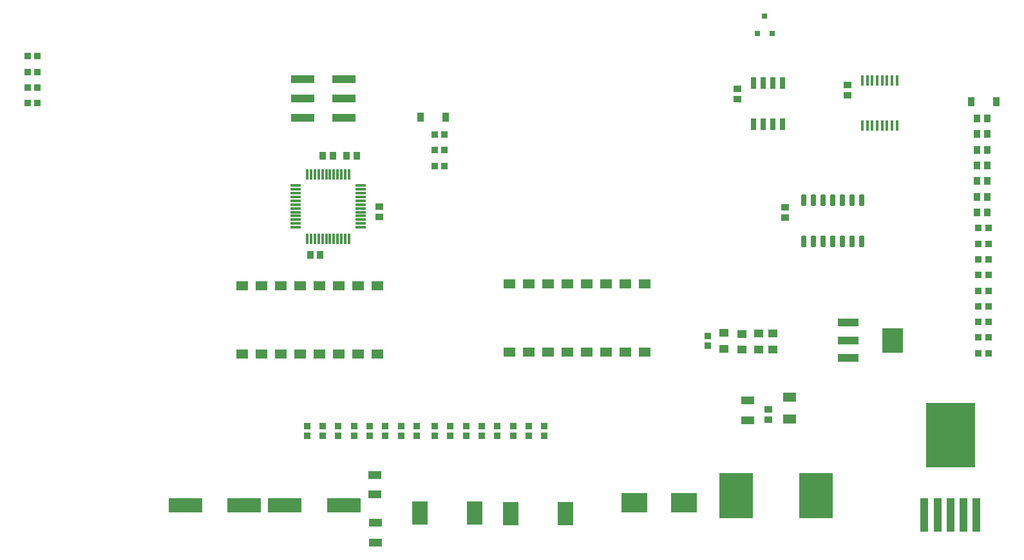
<source format=gtp>
G04*
G04 #@! TF.GenerationSoftware,Altium Limited,Altium Designer,20.0.13 (296)*
G04*
G04 Layer_Color=8421504*
%FSLAX25Y25*%
%MOIN*%
G70*
G01*
G75*
%ADD20R,0.10630X0.03937*%
%ADD21R,0.10630X0.12992*%
%ADD22R,0.03740X0.03347*%
%ADD23R,0.04724X0.04331*%
G04:AMPARAMS|DCode=24|XSize=253.94mil|YSize=334.65mil|CornerRadius=2.54mil|HoleSize=0mil|Usage=FLASHONLY|Rotation=180.000|XOffset=0mil|YOffset=0mil|HoleType=Round|Shape=RoundedRectangle|*
%AMROUNDEDRECTD24*
21,1,0.25394,0.32957,0,0,180.0*
21,1,0.24886,0.33465,0,0,180.0*
1,1,0.00508,-0.12443,0.16478*
1,1,0.00508,0.12443,0.16478*
1,1,0.00508,0.12443,-0.16478*
1,1,0.00508,-0.12443,-0.16478*
%
%ADD24ROUNDEDRECTD24*%
G04:AMPARAMS|DCode=25|XSize=41.34mil|YSize=175.2mil|CornerRadius=2.07mil|HoleSize=0mil|Usage=FLASHONLY|Rotation=180.000|XOffset=0mil|YOffset=0mil|HoleType=Round|Shape=RoundedRectangle|*
%AMROUNDEDRECTD25*
21,1,0.04134,0.17106,0,0,180.0*
21,1,0.03720,0.17520,0,0,180.0*
1,1,0.00413,-0.01860,0.08553*
1,1,0.00413,0.01860,0.08553*
1,1,0.00413,0.01860,-0.08553*
1,1,0.00413,-0.01860,-0.08553*
%
%ADD25ROUNDEDRECTD25*%
%ADD26R,0.07874X0.12008*%
%ADD27R,0.17717X0.23622*%
%ADD28R,0.13780X0.09843*%
%ADD29R,0.17323X0.07480*%
%ADD30R,0.06693X0.04331*%
%ADD31R,0.03937X0.03543*%
%ADD32R,0.07087X0.05118*%
%ADD33R,0.03347X0.03740*%
%ADD34R,0.05807X0.01181*%
%ADD35R,0.01181X0.05807*%
%ADD36R,0.03740X0.03937*%
%ADD37R,0.03937X0.03740*%
%ADD38R,0.12205X0.03937*%
%ADD39R,0.03598X0.04799*%
%ADD40R,0.03543X0.03937*%
G04:AMPARAMS|DCode=41|XSize=23.62mil|YSize=57.09mil|CornerRadius=2.01mil|HoleSize=0mil|Usage=FLASHONLY|Rotation=180.000|XOffset=0mil|YOffset=0mil|HoleType=Round|Shape=RoundedRectangle|*
%AMROUNDEDRECTD41*
21,1,0.02362,0.05307,0,0,180.0*
21,1,0.01961,0.05709,0,0,180.0*
1,1,0.00402,-0.00980,0.02653*
1,1,0.00402,0.00980,0.02653*
1,1,0.00402,0.00980,-0.02653*
1,1,0.00402,-0.00980,-0.02653*
%
%ADD41ROUNDEDRECTD41*%
%ADD42R,0.02559X0.06004*%
%ADD43R,0.03071X0.03071*%
%ADD44R,0.01772X0.05807*%
%ADD45R,0.05906X0.05118*%
D20*
X687205Y277559D02*
D03*
Y268504D02*
D03*
Y259449D02*
D03*
D21*
X710433Y268504D02*
D03*
D22*
X614567Y265748D02*
D03*
Y270866D02*
D03*
X513854Y218886D02*
D03*
Y224004D02*
D03*
X505752D02*
D03*
Y218886D02*
D03*
X530059Y224004D02*
D03*
Y218886D02*
D03*
X521957D02*
D03*
Y224004D02*
D03*
X481445D02*
D03*
Y218886D02*
D03*
X473343D02*
D03*
Y224004D02*
D03*
X497650D02*
D03*
Y218886D02*
D03*
X489547Y224004D02*
D03*
Y218886D02*
D03*
X447713D02*
D03*
Y224004D02*
D03*
X439610Y218886D02*
D03*
Y224004D02*
D03*
X463917D02*
D03*
Y218886D02*
D03*
X455815Y224004D02*
D03*
Y218886D02*
D03*
X415303D02*
D03*
Y224004D02*
D03*
X407201Y218886D02*
D03*
Y224004D02*
D03*
X431508Y218886D02*
D03*
Y224004D02*
D03*
X423406Y218886D02*
D03*
Y224004D02*
D03*
D23*
X622835Y272244D02*
D03*
Y263976D02*
D03*
X632283Y263583D02*
D03*
Y271850D02*
D03*
X640901Y272047D02*
D03*
Y263780D02*
D03*
X648425Y272047D02*
D03*
Y263780D02*
D03*
D24*
X740157Y219488D02*
D03*
D25*
X753543Y177953D02*
D03*
X746850D02*
D03*
X740157D02*
D03*
X733465D02*
D03*
X726772D02*
D03*
D26*
X494094Y179134D02*
D03*
X465748D02*
D03*
X540945Y178740D02*
D03*
X512598D02*
D03*
D27*
X629331Y188189D02*
D03*
X670669D02*
D03*
D28*
X602165Y184252D02*
D03*
X576575D02*
D03*
D29*
X395768Y183071D02*
D03*
X426280D02*
D03*
X344193D02*
D03*
X374705D02*
D03*
D30*
X442126Y188583D02*
D03*
Y198819D02*
D03*
X635433Y227165D02*
D03*
Y237402D02*
D03*
X442520Y163780D02*
D03*
Y174016D02*
D03*
D31*
X646063Y227264D02*
D03*
Y232579D02*
D03*
X629921Y393406D02*
D03*
Y398720D02*
D03*
X654724Y332087D02*
D03*
Y337402D02*
D03*
X687008Y400689D02*
D03*
Y395374D02*
D03*
D32*
X657087Y239173D02*
D03*
Y227756D02*
D03*
D33*
X267705Y415634D02*
D03*
X262587D02*
D03*
X267705Y407532D02*
D03*
X262587D02*
D03*
X267705Y391327D02*
D03*
X262587D02*
D03*
X267705Y399429D02*
D03*
X262587D02*
D03*
X478335Y358846D02*
D03*
X473217D02*
D03*
X478335Y366949D02*
D03*
X473217D02*
D03*
X478335Y375051D02*
D03*
X473217D02*
D03*
X759831Y326602D02*
D03*
X754713D02*
D03*
X759831Y261783D02*
D03*
X754713D02*
D03*
X759831Y286091D02*
D03*
X754713D02*
D03*
X759831Y277988D02*
D03*
X754713D02*
D03*
Y269886D02*
D03*
X759831D02*
D03*
Y294193D02*
D03*
X754713D02*
D03*
X759831Y318500D02*
D03*
X754713D02*
D03*
X759831Y310398D02*
D03*
X754713D02*
D03*
X759831Y302295D02*
D03*
X754713D02*
D03*
D34*
X401425Y348622D02*
D03*
Y346654D02*
D03*
Y344685D02*
D03*
Y342717D02*
D03*
Y340748D02*
D03*
Y338780D02*
D03*
Y336811D02*
D03*
Y334843D02*
D03*
Y332874D02*
D03*
Y330906D02*
D03*
Y328937D02*
D03*
Y326969D02*
D03*
X434795D02*
D03*
Y328937D02*
D03*
Y330906D02*
D03*
Y332874D02*
D03*
Y334843D02*
D03*
Y336811D02*
D03*
Y338780D02*
D03*
Y340748D02*
D03*
Y342717D02*
D03*
Y344685D02*
D03*
Y346654D02*
D03*
Y348622D02*
D03*
D35*
X407283Y321110D02*
D03*
X409252D02*
D03*
X411220D02*
D03*
X413189D02*
D03*
X415157D02*
D03*
X417126D02*
D03*
X419094D02*
D03*
X421063D02*
D03*
X423032D02*
D03*
X425000D02*
D03*
X426969D02*
D03*
X428937D02*
D03*
Y354480D02*
D03*
X426969D02*
D03*
X425000D02*
D03*
X423032D02*
D03*
X421063D02*
D03*
X419094D02*
D03*
X417126D02*
D03*
X415157D02*
D03*
X413189D02*
D03*
X411220D02*
D03*
X409252D02*
D03*
X407283D02*
D03*
D36*
X408858Y312598D02*
D03*
X413976D02*
D03*
X420472Y364173D02*
D03*
X415354D02*
D03*
D37*
X444488Y332480D02*
D03*
Y337598D02*
D03*
D38*
X426378Y383701D02*
D03*
X405118D02*
D03*
X426378Y393701D02*
D03*
Y403701D02*
D03*
X405118Y393701D02*
D03*
Y403701D02*
D03*
D39*
X478872Y384039D02*
D03*
X465972D02*
D03*
X751030Y392126D02*
D03*
X763930D02*
D03*
D40*
X432972Y364173D02*
D03*
X427657D02*
D03*
X754102Y350909D02*
D03*
X759417D02*
D03*
X754102Y359012D02*
D03*
X759417D02*
D03*
X754102Y334705D02*
D03*
X759417D02*
D03*
X754102Y342807D02*
D03*
X759417D02*
D03*
X754102Y383319D02*
D03*
X759417D02*
D03*
X754102Y375217D02*
D03*
X759417D02*
D03*
X754102Y367114D02*
D03*
X759417D02*
D03*
D41*
X664134Y319587D02*
D03*
X669134D02*
D03*
X674134D02*
D03*
X679134D02*
D03*
X684134D02*
D03*
X689134D02*
D03*
X694134D02*
D03*
X664134Y341043D02*
D03*
X669134D02*
D03*
X674134D02*
D03*
X679134D02*
D03*
X684134D02*
D03*
X689134D02*
D03*
X694134D02*
D03*
D42*
X638150Y401575D02*
D03*
X643150D02*
D03*
X648150D02*
D03*
X653150D02*
D03*
Y380220D02*
D03*
X648150D02*
D03*
X643150D02*
D03*
X638150D02*
D03*
D43*
X640354Y427382D02*
D03*
X647835D02*
D03*
X644094Y436398D02*
D03*
D44*
X694587Y379772D02*
D03*
X697146D02*
D03*
X699705D02*
D03*
X702264D02*
D03*
X704823D02*
D03*
X707382D02*
D03*
X709941D02*
D03*
X712500D02*
D03*
Y402906D02*
D03*
X709941D02*
D03*
X707382D02*
D03*
X704823D02*
D03*
X702264D02*
D03*
X699705D02*
D03*
X697146D02*
D03*
X694587D02*
D03*
D45*
X511850Y262205D02*
D03*
X521850D02*
D03*
X531850D02*
D03*
X541850D02*
D03*
X551850D02*
D03*
X561850D02*
D03*
X571850D02*
D03*
X581850D02*
D03*
X511850Y297638D02*
D03*
X521850D02*
D03*
X531850D02*
D03*
X541850D02*
D03*
X551850D02*
D03*
X561850D02*
D03*
X571850D02*
D03*
X581850D02*
D03*
X373661Y261417D02*
D03*
X383661D02*
D03*
X393661D02*
D03*
X403661D02*
D03*
X413661D02*
D03*
X423661D02*
D03*
X433661D02*
D03*
X443661D02*
D03*
X373661Y296850D02*
D03*
X383661D02*
D03*
X393661D02*
D03*
X403661D02*
D03*
X413661D02*
D03*
X423661D02*
D03*
X433661D02*
D03*
X443661D02*
D03*
M02*

</source>
